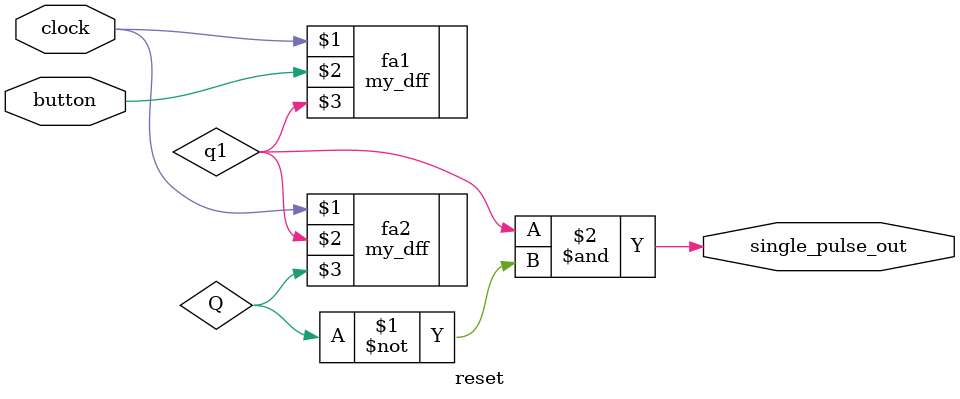
<source format=v>
`timescale 1ns / 1ps


module reset(input clock, input button, output single_pulse_out);
wire q1;
wire Q;



//reg counter = 0 ;

 my_dff fa1 (clock,button, q1);
 my_dff fa2 (clock, q1, Q);
 assign single_pulse_out = q1 & (~Q);
 endmodule


</source>
